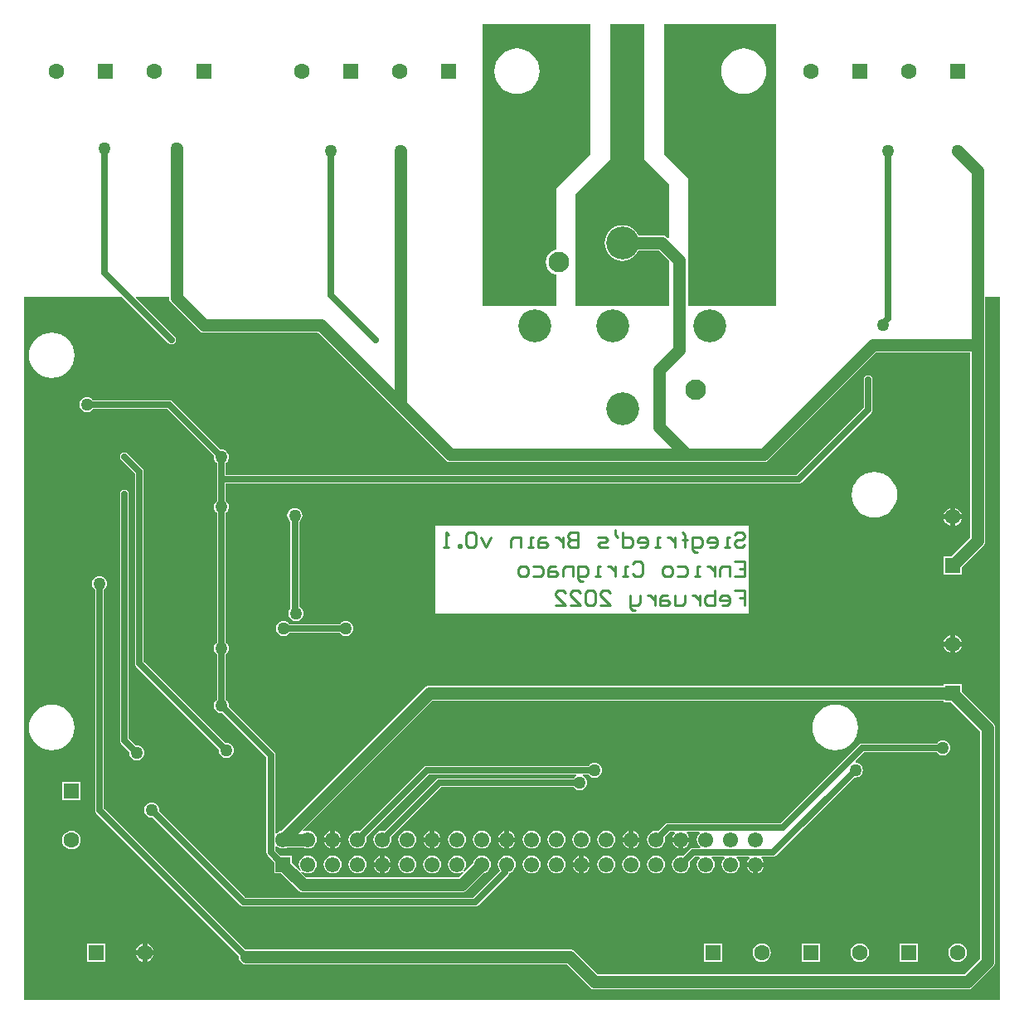
<source format=gbl>
G04*
G04 #@! TF.GenerationSoftware,Altium Limited,Altium Designer,20.2.3 (150)*
G04*
G04 Layer_Physical_Order=2*
G04 Layer_Color=16711680*
%FSLAX25Y25*%
%MOIN*%
G70*
G04*
G04 #@! TF.SameCoordinates,905A4ADE-4B76-40EE-A630-EEB48A76D6D9*
G04*
G04*
G04 #@! TF.FilePolarity,Positive*
G04*
G01*
G75*
%ADD55C,0.02500*%
%ADD56C,0.05000*%
%ADD57C,0.01000*%
%ADD58C,0.13200*%
%ADD59C,0.08268*%
%ADD60C,0.06299*%
%ADD61R,0.06299X0.06299*%
%ADD62R,0.06299X0.06299*%
%ADD63C,0.06496*%
%ADD64R,0.06496X0.06496*%
%ADD65C,0.06102*%
%ADD66R,0.06102X0.06102*%
%ADD67C,0.05000*%
%ADD68C,0.02362*%
G36*
X250000Y338583D02*
X259842Y328740D01*
Y307090D01*
X259381Y306899D01*
X259218Y307061D01*
X258592Y307542D01*
X257862Y307844D01*
X257079Y307947D01*
X247630D01*
X247129Y308885D01*
X246242Y309966D01*
X245161Y310853D01*
X243927Y311512D01*
X242589Y311918D01*
X241197Y312056D01*
X239805Y311918D01*
X238467Y311512D01*
X237233Y310853D01*
X236152Y309966D01*
X235265Y308885D01*
X234606Y307651D01*
X234200Y306313D01*
X234063Y304921D01*
X234200Y303529D01*
X234606Y302191D01*
X235265Y300958D01*
X236152Y299876D01*
X237233Y298989D01*
X238467Y298330D01*
X239805Y297924D01*
X241197Y297787D01*
X242589Y297924D01*
X243927Y298330D01*
X245161Y298989D01*
X246242Y299876D01*
X247129Y300958D01*
X247630Y301895D01*
X255825D01*
X259842Y297878D01*
Y279528D01*
X222441D01*
X222441Y324803D01*
X236220Y338583D01*
X236221Y392898D01*
X250000D01*
Y338583D01*
D02*
G37*
G36*
X228346Y340816D02*
X214567Y327037D01*
Y302270D01*
X214270Y302231D01*
X213025Y301715D01*
X211956Y300894D01*
X211136Y299825D01*
X210620Y298580D01*
X210444Y297244D01*
X210620Y295908D01*
X211136Y294663D01*
X211956Y293594D01*
X213025Y292773D01*
X214270Y292258D01*
X214567Y292219D01*
Y279528D01*
X185039D01*
Y392898D01*
X228346D01*
X228346Y340816D01*
D02*
G37*
G36*
X303150Y279528D02*
X267717Y279528D01*
X267717Y330709D01*
X257874Y340551D01*
X257874Y392898D01*
X303150D01*
Y279528D01*
D02*
G37*
G36*
X392898Y803D02*
X803D01*
Y283465D01*
X40012D01*
X58738Y264738D01*
X58738Y264738D01*
X59317Y264352D01*
X60000Y264216D01*
X60683Y264352D01*
X61262Y264738D01*
X61648Y265317D01*
X61784Y266000D01*
X61648Y266683D01*
X61262Y267262D01*
X61262Y267262D01*
X45521Y283003D01*
X45712Y283465D01*
X58974D01*
Y283000D01*
X59077Y282217D01*
X59380Y281487D01*
X59860Y280860D01*
X67860Y272860D01*
X70860Y269860D01*
X71487Y269379D01*
X72217Y269077D01*
X73000Y268974D01*
X118747D01*
X149860Y237860D01*
X169860Y217860D01*
X169860Y217860D01*
X170487Y217379D01*
X171217Y217077D01*
X172000Y216974D01*
X172000Y216974D01*
X298000D01*
X298783Y217077D01*
X299513Y217379D01*
X300140Y217860D01*
X343253Y260974D01*
X380974D01*
Y186434D01*
X373386Y178847D01*
X370366D01*
Y171547D01*
X377665D01*
Y174567D01*
X386140Y183042D01*
X386620Y183668D01*
X386923Y184398D01*
X387026Y185181D01*
Y264000D01*
Y276000D01*
Y283465D01*
X392898D01*
Y803D01*
D02*
G37*
%LPC*%
G36*
X198819Y383176D02*
X197032Y383000D01*
X195313Y382479D01*
X193730Y381632D01*
X192341Y380493D01*
X191202Y379105D01*
X190356Y377521D01*
X189834Y375803D01*
X189658Y374016D01*
X189834Y372229D01*
X190356Y370510D01*
X191202Y368927D01*
X192341Y367538D01*
X193730Y366399D01*
X195313Y365553D01*
X197032Y365031D01*
X198819Y364855D01*
X200606Y365031D01*
X202325Y365553D01*
X203908Y366399D01*
X205296Y367538D01*
X206435Y368927D01*
X207282Y370510D01*
X207803Y372229D01*
X207979Y374016D01*
X207803Y375803D01*
X207282Y377521D01*
X206435Y379105D01*
X205296Y380493D01*
X203908Y381632D01*
X202325Y382479D01*
X200606Y383000D01*
X198819Y383176D01*
D02*
G37*
G36*
X290000D02*
X288213Y383000D01*
X286494Y382479D01*
X284911Y381632D01*
X283523Y380493D01*
X282383Y379105D01*
X281537Y377521D01*
X281016Y375803D01*
X280839Y374016D01*
X281016Y372229D01*
X281537Y370510D01*
X282383Y368927D01*
X283523Y367538D01*
X284911Y366399D01*
X286494Y365553D01*
X288213Y365031D01*
X290000Y364855D01*
X291787Y365031D01*
X293506Y365553D01*
X295089Y366399D01*
X296477Y367538D01*
X297617Y368927D01*
X298463Y370510D01*
X298984Y372229D01*
X299161Y374016D01*
X298984Y375803D01*
X298463Y377521D01*
X297617Y379105D01*
X296477Y380493D01*
X295089Y381632D01*
X293506Y382479D01*
X291787Y383000D01*
X290000Y383176D01*
D02*
G37*
G36*
X11811Y269003D02*
X10024Y268827D01*
X8305Y268306D01*
X6722Y267459D01*
X5334Y266320D01*
X4194Y264932D01*
X3348Y263348D01*
X2827Y261630D01*
X2651Y259842D01*
X2827Y258055D01*
X3348Y256337D01*
X4194Y254753D01*
X5334Y253365D01*
X6722Y252226D01*
X8305Y251379D01*
X10024Y250858D01*
X11811Y250682D01*
X13598Y250858D01*
X15317Y251379D01*
X16900Y252226D01*
X18288Y253365D01*
X19428Y254753D01*
X20274Y256337D01*
X20796Y258055D01*
X20971Y259842D01*
X20796Y261630D01*
X20274Y263348D01*
X19428Y264932D01*
X18288Y266320D01*
X16900Y267459D01*
X15317Y268306D01*
X13598Y268827D01*
X11811Y269003D01*
D02*
G37*
G36*
X340000Y251784D02*
X339317Y251648D01*
X338738Y251262D01*
X338351Y250683D01*
X338216Y250000D01*
Y238739D01*
X326738Y227262D01*
X326738Y227262D01*
X311243Y211767D01*
X81784D01*
Y216552D01*
X82140Y216825D01*
X82621Y217452D01*
X82923Y218181D01*
X83026Y218965D01*
X82923Y219748D01*
X82621Y220478D01*
X82140Y221104D01*
X81513Y221585D01*
X80783Y221887D01*
X80000Y221990D01*
X79556Y221932D01*
X60226Y241262D01*
X59647Y241649D01*
X58965Y241784D01*
X28412D01*
X28140Y242140D01*
X27513Y242620D01*
X26783Y242923D01*
X26000Y243026D01*
X25217Y242923D01*
X24487Y242620D01*
X23860Y242140D01*
X23380Y241513D01*
X23077Y240783D01*
X22974Y240000D01*
X23077Y239217D01*
X23380Y238487D01*
X23860Y237860D01*
X24487Y237380D01*
X25217Y237077D01*
X26000Y236974D01*
X26783Y237077D01*
X27513Y237380D01*
X28140Y237860D01*
X28412Y238216D01*
X58226D01*
X77033Y219409D01*
X76974Y218965D01*
X77077Y218181D01*
X77380Y217452D01*
X77860Y216825D01*
X78216Y216552D01*
Y209982D01*
Y201377D01*
X77860Y201104D01*
X77380Y200478D01*
X77077Y199748D01*
X76974Y198965D01*
X77077Y198181D01*
X77380Y197452D01*
X77860Y196825D01*
X78216Y196552D01*
Y144412D01*
X77860Y144140D01*
X77380Y143513D01*
X77077Y142783D01*
X76974Y142000D01*
X77077Y141217D01*
X77380Y140487D01*
X77860Y139860D01*
X78216Y139588D01*
Y121412D01*
X77860Y121140D01*
X77380Y120513D01*
X77077Y119783D01*
X76974Y119000D01*
X77077Y118217D01*
X77380Y117487D01*
X77860Y116860D01*
X78487Y116379D01*
X79217Y116077D01*
X80000Y115974D01*
X80444Y116033D01*
X98139Y98338D01*
Y59919D01*
X98275Y59237D01*
X98662Y58658D01*
X101173Y56146D01*
Y51567D01*
X103996D01*
X110703Y44860D01*
X111329Y44379D01*
X112059Y44077D01*
X112843Y43974D01*
X176606D01*
X177389Y44077D01*
X178119Y44379D01*
X178746Y44860D01*
X185528Y51642D01*
X185651Y51658D01*
X186515Y52016D01*
X187257Y52585D01*
X187826Y53327D01*
X188184Y54191D01*
X188306Y55118D01*
X188184Y56045D01*
X187826Y56909D01*
X187257Y57651D01*
X186515Y58220D01*
X185651Y58578D01*
X184724Y58700D01*
X183797Y58578D01*
X182933Y58220D01*
X182192Y57651D01*
X181622Y56909D01*
X181265Y56045D01*
X181248Y55921D01*
X177805Y52478D01*
X177428Y52808D01*
X177826Y53327D01*
X178184Y54191D01*
X178306Y55118D01*
X178184Y56045D01*
X177826Y56909D01*
X177257Y57651D01*
X176515Y58220D01*
X175651Y58578D01*
X174724Y58700D01*
X173797Y58578D01*
X172933Y58220D01*
X172192Y57651D01*
X171622Y56909D01*
X171265Y56045D01*
X171143Y55118D01*
X171265Y54191D01*
X171622Y53327D01*
X172192Y52585D01*
X172933Y52016D01*
X173797Y51658D01*
X174724Y51536D01*
X175651Y51658D01*
X176515Y52016D01*
X177034Y52415D01*
X177365Y52038D01*
X175353Y50026D01*
X114096D01*
X112084Y52038D01*
X112414Y52415D01*
X112934Y52016D01*
X113797Y51658D01*
X114724Y51536D01*
X115651Y51658D01*
X116515Y52016D01*
X117257Y52585D01*
X117826Y53327D01*
X118184Y54191D01*
X118306Y55118D01*
X118184Y56045D01*
X117826Y56909D01*
X117257Y57651D01*
X116515Y58220D01*
X115651Y58578D01*
X114724Y58700D01*
X113797Y58578D01*
X112934Y58220D01*
X112192Y57651D01*
X111622Y56909D01*
X111265Y56045D01*
X111143Y55118D01*
X111265Y54191D01*
X111622Y53327D01*
X112021Y52808D01*
X111644Y52478D01*
X108275Y55846D01*
Y58669D01*
X103697D01*
X101707Y60658D01*
Y62439D01*
X102026Y62547D01*
X102208Y62573D01*
X102934Y62016D01*
X103797Y61658D01*
X104724Y61536D01*
X105651Y61658D01*
X106515Y62016D01*
X106614Y62092D01*
X112834D01*
X112934Y62016D01*
X113797Y61658D01*
X114724Y61536D01*
X115651Y61658D01*
X116515Y62016D01*
X117257Y62585D01*
X117826Y63327D01*
X118184Y64191D01*
X118306Y65118D01*
X118184Y66045D01*
X117826Y66909D01*
X117257Y67651D01*
X116515Y68220D01*
X115651Y68578D01*
X114724Y68700D01*
X113797Y68578D01*
X112934Y68220D01*
X112865Y68272D01*
X112816Y68931D01*
X164875Y120990D01*
X370366D01*
Y120366D01*
X373386D01*
X384974Y108778D01*
Y17253D01*
X378747Y11026D01*
X231253D01*
X222140Y20140D01*
X221513Y20620D01*
X220783Y20923D01*
X220000Y21026D01*
X156045D01*
X156005Y21031D01*
X155966Y21026D01*
X90000D01*
X89556Y20967D01*
X32784Y77739D01*
Y165588D01*
X33140Y165860D01*
X33621Y166487D01*
X33923Y167217D01*
X34026Y168000D01*
X33923Y168783D01*
X33621Y169513D01*
X33140Y170140D01*
X32513Y170621D01*
X31783Y170923D01*
X31000Y171026D01*
X30217Y170923D01*
X29487Y170621D01*
X28860Y170140D01*
X28379Y169513D01*
X28077Y168783D01*
X27974Y168000D01*
X28077Y167217D01*
X28379Y166487D01*
X28860Y165860D01*
X29216Y165588D01*
Y77000D01*
X29351Y76317D01*
X29738Y75738D01*
X87033Y18444D01*
X86974Y18000D01*
X87077Y17217D01*
X87379Y16487D01*
X87860Y15860D01*
X88487Y15380D01*
X89217Y15077D01*
X90000Y14974D01*
X218747D01*
X227860Y5860D01*
X227860Y5860D01*
X228487Y5379D01*
X229217Y5077D01*
X230000Y4974D01*
X230000Y4974D01*
X380000D01*
X380783Y5077D01*
X381513Y5379D01*
X382140Y5860D01*
X390140Y13860D01*
X390620Y14487D01*
X390923Y15217D01*
X391026Y16000D01*
Y110031D01*
X391026Y110031D01*
X390923Y110815D01*
X390620Y111544D01*
X390140Y112171D01*
X390140Y112171D01*
X377665Y124645D01*
Y127665D01*
X370366D01*
Y127042D01*
X163622D01*
X162839Y126938D01*
X162109Y126636D01*
X161482Y126155D01*
X103921Y68594D01*
X103797Y68578D01*
X102934Y68220D01*
X102208Y67663D01*
X102026Y67690D01*
X101707Y67798D01*
Y99077D01*
X101707Y99077D01*
X101572Y99760D01*
X101185Y100338D01*
X101185Y100338D01*
X82967Y118556D01*
X83026Y119000D01*
X82923Y119783D01*
X82621Y120513D01*
X82140Y121140D01*
X81784Y121412D01*
Y139588D01*
X82140Y139860D01*
X82621Y140487D01*
X82923Y141217D01*
X83026Y142000D01*
X82923Y142783D01*
X82621Y143513D01*
X82140Y144140D01*
X81784Y144412D01*
Y196552D01*
X82140Y196825D01*
X82621Y197452D01*
X82923Y198181D01*
X83026Y198965D01*
X82923Y199748D01*
X82621Y200478D01*
X82140Y201104D01*
X81784Y201377D01*
Y208198D01*
X311982D01*
X312665Y208334D01*
X313244Y208721D01*
X329262Y224738D01*
X329262Y224738D01*
X341262Y236738D01*
X341262Y236738D01*
X341649Y237317D01*
X341784Y238000D01*
Y250000D01*
X341649Y250683D01*
X341262Y251262D01*
X340683Y251648D01*
X340000Y251784D01*
D02*
G37*
G36*
X375016Y198418D02*
Y195882D01*
X377552D01*
X377204Y196722D01*
X376619Y197485D01*
X375856Y198070D01*
X375016Y198418D01*
D02*
G37*
G36*
X373016D02*
X372175Y198070D01*
X371413Y197485D01*
X370828Y196722D01*
X370480Y195882D01*
X373016D01*
Y198418D01*
D02*
G37*
G36*
X342520Y212901D02*
X340733Y212725D01*
X339014Y212203D01*
X337430Y211357D01*
X336042Y210218D01*
X334903Y208829D01*
X334056Y207246D01*
X333535Y205527D01*
X333359Y203740D01*
X333535Y201953D01*
X334056Y200235D01*
X334903Y198651D01*
X336042Y197263D01*
X337430Y196124D01*
X339014Y195277D01*
X340733Y194756D01*
X342520Y194580D01*
X344307Y194756D01*
X346025Y195277D01*
X347609Y196124D01*
X348997Y197263D01*
X350136Y198651D01*
X350983Y200235D01*
X351504Y201953D01*
X351680Y203740D01*
X351504Y205527D01*
X350983Y207246D01*
X350136Y208829D01*
X348997Y210218D01*
X347609Y211357D01*
X346025Y212203D01*
X344307Y212725D01*
X342520Y212901D01*
D02*
G37*
G36*
X377552Y193882D02*
X375016D01*
Y191346D01*
X375856Y191694D01*
X376619Y192279D01*
X377204Y193041D01*
X377552Y193882D01*
D02*
G37*
G36*
X373016D02*
X370480D01*
X370828Y193041D01*
X371413Y192279D01*
X372175Y191694D01*
X373016Y191346D01*
Y193882D01*
D02*
G37*
G36*
X291839Y191187D02*
X165878D01*
Y155996D01*
X291839D01*
Y191187D01*
D02*
G37*
G36*
X109505Y198496D02*
X108722Y198393D01*
X107992Y198090D01*
X107366Y197609D01*
X106885Y196983D01*
X106582Y196253D01*
X106479Y195470D01*
X106582Y194687D01*
X106885Y193957D01*
X107366Y193330D01*
X107721Y193058D01*
Y157958D01*
X107379Y157513D01*
X107077Y156783D01*
X106974Y156000D01*
X107077Y155217D01*
X107379Y154487D01*
X107860Y153860D01*
X108487Y153379D01*
X109217Y153077D01*
X110000Y152974D01*
X110783Y153077D01*
X111513Y153379D01*
X112140Y153860D01*
X112620Y154487D01*
X112923Y155217D01*
X113026Y156000D01*
X112923Y156783D01*
X112620Y157513D01*
X112140Y158140D01*
X111513Y158621D01*
X111290Y158713D01*
Y193058D01*
X111645Y193330D01*
X112126Y193957D01*
X112428Y194687D01*
X112531Y195470D01*
X112428Y196253D01*
X112126Y196983D01*
X111645Y197609D01*
X111018Y198090D01*
X110288Y198393D01*
X109505Y198496D01*
D02*
G37*
G36*
X130000Y153026D02*
X129217Y152923D01*
X128487Y152620D01*
X127860Y152140D01*
X127588Y151784D01*
X107412D01*
X107140Y152140D01*
X106513Y152620D01*
X105783Y152923D01*
X105000Y153026D01*
X104217Y152923D01*
X103487Y152620D01*
X102860Y152140D01*
X102380Y151513D01*
X102077Y150783D01*
X101974Y150000D01*
X102077Y149217D01*
X102380Y148487D01*
X102860Y147860D01*
X103487Y147380D01*
X104217Y147077D01*
X105000Y146974D01*
X105783Y147077D01*
X106513Y147380D01*
X107140Y147860D01*
X107412Y148216D01*
X127588D01*
X127860Y147860D01*
X128487Y147380D01*
X129217Y147077D01*
X130000Y146974D01*
X130783Y147077D01*
X131513Y147380D01*
X132140Y147860D01*
X132621Y148487D01*
X132923Y149217D01*
X133026Y150000D01*
X132923Y150783D01*
X132621Y151513D01*
X132140Y152140D01*
X131513Y152620D01*
X130783Y152923D01*
X130000Y153026D01*
D02*
G37*
G36*
X375016Y147237D02*
Y144701D01*
X377552D01*
X377204Y145541D01*
X376619Y146304D01*
X375856Y146889D01*
X375016Y147237D01*
D02*
G37*
G36*
X373016Y147237D02*
X372175Y146889D01*
X371413Y146304D01*
X370828Y145541D01*
X370480Y144701D01*
X373016D01*
Y147237D01*
D02*
G37*
G36*
X377552Y142701D02*
X375016D01*
Y140165D01*
X375856Y140513D01*
X376619Y141098D01*
X377204Y141860D01*
X377552Y142701D01*
D02*
G37*
G36*
X373016D02*
X370480D01*
X370828Y141860D01*
X371413Y141098D01*
X372175Y140513D01*
X373016Y140165D01*
Y142701D01*
D02*
G37*
G36*
X326772Y119397D02*
X324985Y119221D01*
X323266Y118699D01*
X321682Y117853D01*
X320294Y116714D01*
X319155Y115325D01*
X318308Y113742D01*
X317787Y112023D01*
X317611Y110236D01*
X317787Y108449D01*
X318308Y106731D01*
X319155Y105147D01*
X320294Y103759D01*
X321682Y102620D01*
X323266Y101773D01*
X324985Y101252D01*
X326772Y101076D01*
X328559Y101252D01*
X330277Y101773D01*
X331861Y102620D01*
X333249Y103759D01*
X334388Y105147D01*
X335235Y106731D01*
X335756Y108449D01*
X335932Y110236D01*
X335756Y112023D01*
X335235Y113742D01*
X334388Y115325D01*
X333249Y116714D01*
X331861Y117853D01*
X330277Y118699D01*
X328559Y119221D01*
X326772Y119397D01*
D02*
G37*
G36*
X11811D02*
X10024Y119221D01*
X8305Y118699D01*
X6722Y117853D01*
X5334Y116714D01*
X4194Y115325D01*
X3348Y113742D01*
X2827Y112023D01*
X2651Y110236D01*
X2827Y108449D01*
X3348Y106731D01*
X4194Y105147D01*
X5334Y103759D01*
X6722Y102620D01*
X8305Y101773D01*
X10024Y101252D01*
X11811Y101076D01*
X13598Y101252D01*
X15317Y101773D01*
X16900Y102620D01*
X18288Y103759D01*
X19428Y105147D01*
X20274Y106731D01*
X20796Y108449D01*
X20971Y110236D01*
X20796Y112023D01*
X20274Y113742D01*
X19428Y115325D01*
X18288Y116714D01*
X16900Y117853D01*
X15317Y118699D01*
X13598Y119221D01*
X11811Y119397D01*
D02*
G37*
G36*
X370000Y105026D02*
X369217Y104923D01*
X368487Y104621D01*
X367860Y104140D01*
X367588Y103784D01*
X337757D01*
X337074Y103648D01*
X336496Y103262D01*
X336496Y103262D01*
X305018Y71784D01*
X259606D01*
X259606Y71784D01*
X258924Y71649D01*
X258345Y71262D01*
X258345Y71262D01*
X255658Y68575D01*
X255651Y68578D01*
X254724Y68700D01*
X253797Y68578D01*
X252934Y68220D01*
X252192Y67651D01*
X251622Y66909D01*
X251265Y66045D01*
X251143Y65118D01*
X251265Y64191D01*
X251622Y63327D01*
X252192Y62585D01*
X252934Y62016D01*
X253797Y61658D01*
X254724Y61536D01*
X255651Y61658D01*
X256515Y62016D01*
X257257Y62585D01*
X257826Y63327D01*
X258184Y64191D01*
X258306Y65118D01*
X258184Y66045D01*
X258181Y66052D01*
X260345Y68216D01*
X262150D01*
X262311Y67742D01*
X262192Y67651D01*
X261622Y66909D01*
X261295Y66118D01*
X268154D01*
X267826Y66909D01*
X267257Y67651D01*
X267138Y67742D01*
X267299Y68216D01*
X272150D01*
X272311Y67742D01*
X272192Y67651D01*
X271622Y66909D01*
X271265Y66045D01*
X271143Y65118D01*
X271265Y64191D01*
X271622Y63327D01*
X272192Y62585D01*
X272584Y62284D01*
X272414Y61784D01*
X269606D01*
X269606Y61784D01*
X268923Y61648D01*
X268345Y61262D01*
X268345Y61262D01*
X265658Y58575D01*
X265651Y58578D01*
X264724Y58700D01*
X263797Y58578D01*
X262933Y58220D01*
X262192Y57651D01*
X261622Y56909D01*
X261265Y56045D01*
X261142Y55118D01*
X261265Y54191D01*
X261622Y53327D01*
X262192Y52585D01*
X262933Y52016D01*
X263797Y51658D01*
X264724Y51536D01*
X265651Y51658D01*
X266515Y52016D01*
X267257Y52585D01*
X267826Y53327D01*
X268184Y54191D01*
X268306Y55118D01*
X268184Y56045D01*
X268181Y56052D01*
X270345Y58216D01*
X272150D01*
X272311Y57742D01*
X272192Y57651D01*
X271622Y56909D01*
X271265Y56045D01*
X271143Y55118D01*
X271265Y54191D01*
X271622Y53327D01*
X272192Y52585D01*
X272934Y52016D01*
X273797Y51658D01*
X274724Y51536D01*
X275651Y51658D01*
X276515Y52016D01*
X277257Y52585D01*
X277826Y53327D01*
X278184Y54191D01*
X278306Y55118D01*
X278184Y56045D01*
X277826Y56909D01*
X277257Y57651D01*
X277138Y57742D01*
X277299Y58216D01*
X282150D01*
X282311Y57742D01*
X282192Y57651D01*
X281622Y56909D01*
X281265Y56045D01*
X281142Y55118D01*
X281265Y54191D01*
X281622Y53327D01*
X282192Y52585D01*
X282933Y52016D01*
X283797Y51658D01*
X284724Y51536D01*
X285651Y51658D01*
X286515Y52016D01*
X287257Y52585D01*
X287826Y53327D01*
X288184Y54191D01*
X288306Y55118D01*
X288184Y56045D01*
X287826Y56909D01*
X287257Y57651D01*
X287138Y57742D01*
X287299Y58216D01*
X292150D01*
X292311Y57742D01*
X292192Y57651D01*
X291622Y56909D01*
X291295Y56118D01*
X298154D01*
X297826Y56909D01*
X297257Y57651D01*
X297138Y57742D01*
X297299Y58216D01*
X301768D01*
X302451Y58351D01*
X303029Y58738D01*
X334440Y90149D01*
X334884Y90090D01*
X335667Y90193D01*
X336397Y90496D01*
X337023Y90977D01*
X337504Y91603D01*
X337807Y92333D01*
X337910Y93116D01*
X337807Y93899D01*
X337504Y94629D01*
X337023Y95256D01*
X336397Y95737D01*
X335667Y96039D01*
X335101Y96113D01*
X334907Y96627D01*
X338496Y100216D01*
X367588D01*
X367860Y99860D01*
X368487Y99379D01*
X369217Y99077D01*
X370000Y98974D01*
X370783Y99077D01*
X371513Y99379D01*
X372140Y99860D01*
X372621Y100487D01*
X372923Y101217D01*
X373026Y102000D01*
X372923Y102783D01*
X372621Y103513D01*
X372140Y104140D01*
X371513Y104621D01*
X370783Y104923D01*
X370000Y105026D01*
D02*
G37*
G36*
X41000Y220784D02*
X40317Y220649D01*
X39738Y220262D01*
X39351Y219683D01*
X39216Y219000D01*
X39351Y218317D01*
X39738Y217738D01*
X45216Y212261D01*
Y136000D01*
X45351Y135317D01*
X45738Y134738D01*
X79033Y101444D01*
X78974Y101000D01*
X79077Y100217D01*
X79379Y99487D01*
X79860Y98860D01*
X80487Y98379D01*
X81217Y98077D01*
X82000Y97974D01*
X82783Y98077D01*
X83513Y98379D01*
X84140Y98860D01*
X84620Y99487D01*
X84923Y100217D01*
X85026Y101000D01*
X84923Y101783D01*
X84620Y102513D01*
X84140Y103140D01*
X83513Y103621D01*
X82783Y103923D01*
X82000Y104026D01*
X81556Y103967D01*
X48784Y136739D01*
Y213000D01*
X48649Y213683D01*
X48262Y214262D01*
X42262Y220262D01*
X41683Y220649D01*
X41000Y220784D01*
D02*
G37*
G36*
Y205784D02*
X40317Y205648D01*
X39738Y205262D01*
X39351Y204683D01*
X39216Y204000D01*
Y105000D01*
X39351Y104317D01*
X39738Y103738D01*
X43033Y100444D01*
X42974Y100000D01*
X43077Y99217D01*
X43380Y98487D01*
X43860Y97860D01*
X44487Y97379D01*
X45217Y97077D01*
X46000Y96974D01*
X46783Y97077D01*
X47513Y97379D01*
X48140Y97860D01*
X48621Y98487D01*
X48923Y99217D01*
X49026Y100000D01*
X48923Y100783D01*
X48621Y101513D01*
X48140Y102140D01*
X47513Y102620D01*
X46783Y102923D01*
X46000Y103026D01*
X45556Y102967D01*
X42784Y105739D01*
Y204000D01*
X42649Y204683D01*
X42262Y205262D01*
X41683Y205648D01*
X41000Y205784D01*
D02*
G37*
G36*
X230000Y96026D02*
X229217Y95923D01*
X228487Y95621D01*
X227860Y95140D01*
X227588Y94784D01*
X162606D01*
X162606Y94784D01*
X161923Y94648D01*
X161345Y94262D01*
X161345Y94262D01*
X135658Y68575D01*
X135651Y68578D01*
X134724Y68700D01*
X133797Y68578D01*
X132933Y68220D01*
X132192Y67651D01*
X131622Y66909D01*
X131265Y66045D01*
X131143Y65118D01*
X131265Y64191D01*
X131622Y63327D01*
X132192Y62585D01*
X132933Y62016D01*
X133797Y61658D01*
X134724Y61536D01*
X135651Y61658D01*
X136515Y62016D01*
X137257Y62585D01*
X137826Y63327D01*
X138184Y64191D01*
X138306Y65118D01*
X138184Y66045D01*
X138181Y66052D01*
X163345Y91216D01*
X222618D01*
X222717Y90716D01*
X222487Y90620D01*
X221860Y90140D01*
X221588Y89784D01*
X167606D01*
X167606Y89784D01*
X166923Y89648D01*
X166345Y89262D01*
X145658Y68575D01*
X145651Y68578D01*
X144724Y68700D01*
X143797Y68578D01*
X142933Y68220D01*
X142192Y67651D01*
X141622Y66909D01*
X141265Y66045D01*
X141143Y65118D01*
X141265Y64191D01*
X141622Y63327D01*
X142192Y62585D01*
X142933Y62016D01*
X143797Y61658D01*
X144724Y61536D01*
X145651Y61658D01*
X146515Y62016D01*
X147257Y62585D01*
X147826Y63327D01*
X148184Y64191D01*
X148306Y65118D01*
X148184Y66045D01*
X148181Y66052D01*
X168345Y86216D01*
X221588D01*
X221860Y85860D01*
X222487Y85379D01*
X223217Y85077D01*
X224000Y84974D01*
X224783Y85077D01*
X225513Y85379D01*
X226140Y85860D01*
X226621Y86487D01*
X226923Y87217D01*
X227026Y88000D01*
X226923Y88783D01*
X226621Y89513D01*
X226140Y90140D01*
X225513Y90620D01*
X225283Y90716D01*
X225382Y91216D01*
X227588D01*
X227860Y90860D01*
X228487Y90380D01*
X229217Y90077D01*
X230000Y89974D01*
X230783Y90077D01*
X231513Y90380D01*
X232140Y90860D01*
X232621Y91487D01*
X232923Y92217D01*
X233026Y93000D01*
X232923Y93783D01*
X232621Y94513D01*
X232140Y95140D01*
X231513Y95621D01*
X230783Y95923D01*
X230000Y96026D01*
D02*
G37*
G36*
X23335Y88295D02*
X16035D01*
Y80996D01*
X23335D01*
Y88295D01*
D02*
G37*
G36*
X245724Y68548D02*
Y66118D01*
X248154D01*
X247826Y66909D01*
X247257Y67651D01*
X246515Y68220D01*
X245724Y68548D01*
D02*
G37*
G36*
X243724D02*
X242934Y68220D01*
X242192Y67651D01*
X241622Y66909D01*
X241295Y66118D01*
X243724D01*
Y68548D01*
D02*
G37*
G36*
X195724D02*
Y66118D01*
X198154D01*
X197826Y66909D01*
X197257Y67651D01*
X196515Y68220D01*
X195724Y68548D01*
D02*
G37*
G36*
X193724D02*
X192933Y68220D01*
X192192Y67651D01*
X191622Y66909D01*
X191295Y66118D01*
X193724D01*
Y68548D01*
D02*
G37*
G36*
X165724D02*
Y66118D01*
X168154D01*
X167826Y66909D01*
X167257Y67651D01*
X166515Y68220D01*
X165724Y68548D01*
D02*
G37*
G36*
X163724D02*
X162934Y68220D01*
X162192Y67651D01*
X161622Y66909D01*
X161295Y66118D01*
X163724D01*
Y68548D01*
D02*
G37*
G36*
X125724D02*
Y66118D01*
X128154D01*
X127826Y66909D01*
X127257Y67651D01*
X126515Y68220D01*
X125724Y68548D01*
D02*
G37*
G36*
X123724D02*
X122933Y68220D01*
X122192Y67651D01*
X121622Y66909D01*
X121295Y66118D01*
X123724D01*
Y68548D01*
D02*
G37*
G36*
X268154Y64118D02*
X265724D01*
Y61689D01*
X266515Y62016D01*
X267257Y62585D01*
X267826Y63327D01*
X268154Y64118D01*
D02*
G37*
G36*
X263724D02*
X261295D01*
X261622Y63327D01*
X262192Y62585D01*
X262933Y62016D01*
X263724Y61689D01*
Y64118D01*
D02*
G37*
G36*
X248154D02*
X245724D01*
Y61689D01*
X246515Y62016D01*
X247257Y62585D01*
X247826Y63327D01*
X248154Y64118D01*
D02*
G37*
G36*
X243724D02*
X241295D01*
X241622Y63327D01*
X242192Y62585D01*
X242934Y62016D01*
X243724Y61689D01*
Y64118D01*
D02*
G37*
G36*
X198154D02*
X195724D01*
Y61689D01*
X196515Y62016D01*
X197257Y62585D01*
X197826Y63327D01*
X198154Y64118D01*
D02*
G37*
G36*
X193724D02*
X191295D01*
X191622Y63327D01*
X192192Y62585D01*
X192933Y62016D01*
X193724Y61689D01*
Y64118D01*
D02*
G37*
G36*
X168154D02*
X165724D01*
Y61689D01*
X166515Y62016D01*
X167257Y62585D01*
X167826Y63327D01*
X168154Y64118D01*
D02*
G37*
G36*
X163724D02*
X161295D01*
X161622Y63327D01*
X162192Y62585D01*
X162934Y62016D01*
X163724Y61689D01*
Y64118D01*
D02*
G37*
G36*
X128154D02*
X125724D01*
Y61689D01*
X126515Y62016D01*
X127257Y62585D01*
X127826Y63327D01*
X128154Y64118D01*
D02*
G37*
G36*
X123724D02*
X121295D01*
X121622Y63327D01*
X122192Y62585D01*
X122933Y62016D01*
X123724Y61689D01*
Y64118D01*
D02*
G37*
G36*
X234724Y68700D02*
X233797Y68578D01*
X232933Y68220D01*
X232192Y67651D01*
X231622Y66909D01*
X231265Y66045D01*
X231142Y65118D01*
X231265Y64191D01*
X231622Y63327D01*
X232192Y62585D01*
X232933Y62016D01*
X233797Y61658D01*
X234724Y61536D01*
X235651Y61658D01*
X236515Y62016D01*
X237257Y62585D01*
X237826Y63327D01*
X238184Y64191D01*
X238306Y65118D01*
X238184Y66045D01*
X237826Y66909D01*
X237257Y67651D01*
X236515Y68220D01*
X235651Y68578D01*
X234724Y68700D01*
D02*
G37*
G36*
X224724D02*
X223797Y68578D01*
X222934Y68220D01*
X222192Y67651D01*
X221622Y66909D01*
X221265Y66045D01*
X221143Y65118D01*
X221265Y64191D01*
X221622Y63327D01*
X222192Y62585D01*
X222934Y62016D01*
X223797Y61658D01*
X224724Y61536D01*
X225651Y61658D01*
X226515Y62016D01*
X227257Y62585D01*
X227826Y63327D01*
X228184Y64191D01*
X228306Y65118D01*
X228184Y66045D01*
X227826Y66909D01*
X227257Y67651D01*
X226515Y68220D01*
X225651Y68578D01*
X224724Y68700D01*
D02*
G37*
G36*
X214724D02*
X213797Y68578D01*
X212933Y68220D01*
X212192Y67651D01*
X211622Y66909D01*
X211265Y66045D01*
X211142Y65118D01*
X211265Y64191D01*
X211622Y63327D01*
X212192Y62585D01*
X212933Y62016D01*
X213797Y61658D01*
X214724Y61536D01*
X215651Y61658D01*
X216515Y62016D01*
X217257Y62585D01*
X217826Y63327D01*
X218184Y64191D01*
X218306Y65118D01*
X218184Y66045D01*
X217826Y66909D01*
X217257Y67651D01*
X216515Y68220D01*
X215651Y68578D01*
X214724Y68700D01*
D02*
G37*
G36*
X204724D02*
X203797Y68578D01*
X202934Y68220D01*
X202192Y67651D01*
X201622Y66909D01*
X201265Y66045D01*
X201143Y65118D01*
X201265Y64191D01*
X201622Y63327D01*
X202192Y62585D01*
X202934Y62016D01*
X203797Y61658D01*
X204724Y61536D01*
X205651Y61658D01*
X206515Y62016D01*
X207257Y62585D01*
X207826Y63327D01*
X208184Y64191D01*
X208306Y65118D01*
X208184Y66045D01*
X207826Y66909D01*
X207257Y67651D01*
X206515Y68220D01*
X205651Y68578D01*
X204724Y68700D01*
D02*
G37*
G36*
X184724D02*
X183797Y68578D01*
X182933Y68220D01*
X182192Y67651D01*
X181622Y66909D01*
X181265Y66045D01*
X181143Y65118D01*
X181265Y64191D01*
X181622Y63327D01*
X182192Y62585D01*
X182933Y62016D01*
X183797Y61658D01*
X184724Y61536D01*
X185651Y61658D01*
X186515Y62016D01*
X187257Y62585D01*
X187826Y63327D01*
X188184Y64191D01*
X188306Y65118D01*
X188184Y66045D01*
X187826Y66909D01*
X187257Y67651D01*
X186515Y68220D01*
X185651Y68578D01*
X184724Y68700D01*
D02*
G37*
G36*
X174724D02*
X173797Y68578D01*
X172933Y68220D01*
X172192Y67651D01*
X171622Y66909D01*
X171265Y66045D01*
X171143Y65118D01*
X171265Y64191D01*
X171622Y63327D01*
X172192Y62585D01*
X172933Y62016D01*
X173797Y61658D01*
X174724Y61536D01*
X175651Y61658D01*
X176515Y62016D01*
X177257Y62585D01*
X177826Y63327D01*
X178184Y64191D01*
X178306Y65118D01*
X178184Y66045D01*
X177826Y66909D01*
X177257Y67651D01*
X176515Y68220D01*
X175651Y68578D01*
X174724Y68700D01*
D02*
G37*
G36*
X154724D02*
X153797Y68578D01*
X152934Y68220D01*
X152192Y67651D01*
X151622Y66909D01*
X151265Y66045D01*
X151143Y65118D01*
X151265Y64191D01*
X151622Y63327D01*
X152192Y62585D01*
X152934Y62016D01*
X153797Y61658D01*
X154724Y61536D01*
X155651Y61658D01*
X156515Y62016D01*
X157257Y62585D01*
X157826Y63327D01*
X158184Y64191D01*
X158306Y65118D01*
X158184Y66045D01*
X157826Y66909D01*
X157257Y67651D01*
X156515Y68220D01*
X155651Y68578D01*
X154724Y68700D01*
D02*
G37*
G36*
X19685Y68642D02*
X18732Y68516D01*
X17844Y68148D01*
X17082Y67563D01*
X16497Y66801D01*
X16129Y65913D01*
X16004Y64961D01*
X16129Y64008D01*
X16497Y63120D01*
X17082Y62358D01*
X17844Y61773D01*
X18732Y61405D01*
X19685Y61279D01*
X20638Y61405D01*
X21526Y61773D01*
X22288Y62358D01*
X22873Y63120D01*
X23241Y64008D01*
X23366Y64961D01*
X23241Y65913D01*
X22873Y66801D01*
X22288Y67563D01*
X21526Y68148D01*
X20638Y68516D01*
X19685Y68642D01*
D02*
G37*
G36*
X225724Y58548D02*
Y56118D01*
X228154D01*
X227826Y56909D01*
X227257Y57651D01*
X226515Y58220D01*
X225724Y58548D01*
D02*
G37*
G36*
X223724D02*
X222934Y58220D01*
X222192Y57651D01*
X221622Y56909D01*
X221295Y56118D01*
X223724D01*
Y58548D01*
D02*
G37*
G36*
X145724D02*
Y56118D01*
X148154D01*
X147826Y56909D01*
X147257Y57651D01*
X146515Y58220D01*
X145724Y58548D01*
D02*
G37*
G36*
X143724D02*
X142933Y58220D01*
X142192Y57651D01*
X141622Y56909D01*
X141295Y56118D01*
X143724D01*
Y58548D01*
D02*
G37*
G36*
X148154Y54118D02*
X145724D01*
Y51689D01*
X146515Y52016D01*
X147257Y52585D01*
X147826Y53327D01*
X148154Y54118D01*
D02*
G37*
G36*
X143724D02*
X141295D01*
X141622Y53327D01*
X142192Y52585D01*
X142933Y52016D01*
X143724Y51689D01*
Y54118D01*
D02*
G37*
G36*
X298154D02*
X295724D01*
Y51689D01*
X296515Y52016D01*
X297257Y52585D01*
X297826Y53327D01*
X298154Y54118D01*
D02*
G37*
G36*
X293724D02*
X291295D01*
X291622Y53327D01*
X292192Y52585D01*
X292934Y52016D01*
X293724Y51689D01*
Y54118D01*
D02*
G37*
G36*
X228154D02*
X225724D01*
Y51689D01*
X226515Y52016D01*
X227257Y52585D01*
X227826Y53327D01*
X228154Y54118D01*
D02*
G37*
G36*
X223724D02*
X221295D01*
X221622Y53327D01*
X222192Y52585D01*
X222934Y52016D01*
X223724Y51689D01*
Y54118D01*
D02*
G37*
G36*
X254724Y58700D02*
X253797Y58578D01*
X252934Y58220D01*
X252192Y57651D01*
X251622Y56909D01*
X251265Y56045D01*
X251143Y55118D01*
X251265Y54191D01*
X251622Y53327D01*
X252192Y52585D01*
X252934Y52016D01*
X253797Y51658D01*
X254724Y51536D01*
X255651Y51658D01*
X256515Y52016D01*
X257257Y52585D01*
X257826Y53327D01*
X258184Y54191D01*
X258306Y55118D01*
X258184Y56045D01*
X257826Y56909D01*
X257257Y57651D01*
X256515Y58220D01*
X255651Y58578D01*
X254724Y58700D01*
D02*
G37*
G36*
X244724D02*
X243797Y58578D01*
X242934Y58220D01*
X242192Y57651D01*
X241622Y56909D01*
X241265Y56045D01*
X241143Y55118D01*
X241265Y54191D01*
X241622Y53327D01*
X242192Y52585D01*
X242934Y52016D01*
X243797Y51658D01*
X244724Y51536D01*
X245651Y51658D01*
X246515Y52016D01*
X247257Y52585D01*
X247826Y53327D01*
X248184Y54191D01*
X248306Y55118D01*
X248184Y56045D01*
X247826Y56909D01*
X247257Y57651D01*
X246515Y58220D01*
X245651Y58578D01*
X244724Y58700D01*
D02*
G37*
G36*
X234724D02*
X233797Y58578D01*
X232933Y58220D01*
X232192Y57651D01*
X231622Y56909D01*
X231265Y56045D01*
X231142Y55118D01*
X231265Y54191D01*
X231622Y53327D01*
X232192Y52585D01*
X232933Y52016D01*
X233797Y51658D01*
X234724Y51536D01*
X235651Y51658D01*
X236515Y52016D01*
X237257Y52585D01*
X237826Y53327D01*
X238184Y54191D01*
X238306Y55118D01*
X238184Y56045D01*
X237826Y56909D01*
X237257Y57651D01*
X236515Y58220D01*
X235651Y58578D01*
X234724Y58700D01*
D02*
G37*
G36*
X214724D02*
X213797Y58578D01*
X212933Y58220D01*
X212192Y57651D01*
X211622Y56909D01*
X211265Y56045D01*
X211142Y55118D01*
X211265Y54191D01*
X211622Y53327D01*
X212192Y52585D01*
X212933Y52016D01*
X213797Y51658D01*
X214724Y51536D01*
X215651Y51658D01*
X216515Y52016D01*
X217257Y52585D01*
X217826Y53327D01*
X218184Y54191D01*
X218306Y55118D01*
X218184Y56045D01*
X217826Y56909D01*
X217257Y57651D01*
X216515Y58220D01*
X215651Y58578D01*
X214724Y58700D01*
D02*
G37*
G36*
X204724D02*
X203797Y58578D01*
X202934Y58220D01*
X202192Y57651D01*
X201622Y56909D01*
X201265Y56045D01*
X201143Y55118D01*
X201265Y54191D01*
X201622Y53327D01*
X202192Y52585D01*
X202934Y52016D01*
X203797Y51658D01*
X204724Y51536D01*
X205651Y51658D01*
X206515Y52016D01*
X207257Y52585D01*
X207826Y53327D01*
X208184Y54191D01*
X208306Y55118D01*
X208184Y56045D01*
X207826Y56909D01*
X207257Y57651D01*
X206515Y58220D01*
X205651Y58578D01*
X204724Y58700D01*
D02*
G37*
G36*
X164724D02*
X163797Y58578D01*
X162934Y58220D01*
X162192Y57651D01*
X161622Y56909D01*
X161265Y56045D01*
X161143Y55118D01*
X161265Y54191D01*
X161622Y53327D01*
X162192Y52585D01*
X162934Y52016D01*
X163797Y51658D01*
X164724Y51536D01*
X165651Y51658D01*
X166515Y52016D01*
X167257Y52585D01*
X167826Y53327D01*
X168184Y54191D01*
X168306Y55118D01*
X168184Y56045D01*
X167826Y56909D01*
X167257Y57651D01*
X166515Y58220D01*
X165651Y58578D01*
X164724Y58700D01*
D02*
G37*
G36*
X154724D02*
X153797Y58578D01*
X152934Y58220D01*
X152192Y57651D01*
X151622Y56909D01*
X151265Y56045D01*
X151143Y55118D01*
X151265Y54191D01*
X151622Y53327D01*
X152192Y52585D01*
X152934Y52016D01*
X153797Y51658D01*
X154724Y51536D01*
X155651Y51658D01*
X156515Y52016D01*
X157257Y52585D01*
X157826Y53327D01*
X158184Y54191D01*
X158306Y55118D01*
X158184Y56045D01*
X157826Y56909D01*
X157257Y57651D01*
X156515Y58220D01*
X155651Y58578D01*
X154724Y58700D01*
D02*
G37*
G36*
X134724D02*
X133797Y58578D01*
X132933Y58220D01*
X132192Y57651D01*
X131622Y56909D01*
X131265Y56045D01*
X131143Y55118D01*
X131265Y54191D01*
X131622Y53327D01*
X132192Y52585D01*
X132933Y52016D01*
X133797Y51658D01*
X134724Y51536D01*
X135651Y51658D01*
X136515Y52016D01*
X137257Y52585D01*
X137826Y53327D01*
X138184Y54191D01*
X138306Y55118D01*
X138184Y56045D01*
X137826Y56909D01*
X137257Y57651D01*
X136515Y58220D01*
X135651Y58578D01*
X134724Y58700D01*
D02*
G37*
G36*
X124724D02*
X123797Y58578D01*
X122933Y58220D01*
X122192Y57651D01*
X121622Y56909D01*
X121265Y56045D01*
X121143Y55118D01*
X121265Y54191D01*
X121622Y53327D01*
X122192Y52585D01*
X122933Y52016D01*
X123797Y51658D01*
X124724Y51536D01*
X125651Y51658D01*
X126515Y52016D01*
X127257Y52585D01*
X127826Y53327D01*
X128184Y54191D01*
X128306Y55118D01*
X128184Y56045D01*
X127826Y56909D01*
X127257Y57651D01*
X126515Y58220D01*
X125651Y58578D01*
X124724Y58700D01*
D02*
G37*
G36*
X52000Y80026D02*
X51217Y79923D01*
X50487Y79620D01*
X49860Y79140D01*
X49380Y78513D01*
X49077Y77783D01*
X48974Y77000D01*
X49077Y76217D01*
X49380Y75487D01*
X49860Y74860D01*
X50487Y74379D01*
X51217Y74077D01*
X52000Y73974D01*
X52444Y74033D01*
X87738Y38738D01*
X88317Y38352D01*
X89000Y38216D01*
X182000D01*
X182683Y38352D01*
X183262Y38738D01*
X195297Y50773D01*
X195297Y50773D01*
X195684Y51352D01*
X195753Y51700D01*
X196515Y52016D01*
X197257Y52585D01*
X197826Y53327D01*
X198184Y54191D01*
X198306Y55118D01*
X198184Y56045D01*
X197826Y56909D01*
X197257Y57651D01*
X196515Y58220D01*
X195651Y58578D01*
X194724Y58700D01*
X193797Y58578D01*
X192933Y58220D01*
X192192Y57651D01*
X191622Y56909D01*
X191265Y56045D01*
X191143Y55118D01*
X191265Y54191D01*
X191622Y53327D01*
X192135Y52659D01*
X181261Y41784D01*
X89739D01*
X54967Y76556D01*
X55026Y77000D01*
X54923Y77783D01*
X54620Y78513D01*
X54140Y79140D01*
X53513Y79620D01*
X52783Y79923D01*
X52000Y80026D01*
D02*
G37*
G36*
X50213Y23221D02*
Y20685D01*
X52749D01*
X52400Y21526D01*
X51815Y22288D01*
X51053Y22873D01*
X50213Y23221D01*
D02*
G37*
G36*
X48213D02*
X47372Y22873D01*
X46610Y22288D01*
X46025Y21526D01*
X45676Y20685D01*
X48213D01*
Y23221D01*
D02*
G37*
G36*
X52749Y18685D02*
X50213D01*
Y16149D01*
X51053Y16497D01*
X51815Y17082D01*
X52400Y17844D01*
X52749Y18685D01*
D02*
G37*
G36*
X48213D02*
X45676D01*
X46025Y17844D01*
X46610Y17082D01*
X47372Y16497D01*
X48213Y16149D01*
Y18685D01*
D02*
G37*
G36*
X359949Y23335D02*
X352650D01*
Y16035D01*
X359949D01*
Y23335D01*
D02*
G37*
G36*
X320579D02*
X313280D01*
Y16035D01*
X320579D01*
Y23335D01*
D02*
G37*
G36*
X281209D02*
X273909D01*
Y16035D01*
X281209D01*
Y23335D01*
D02*
G37*
G36*
X33177D02*
X25878D01*
Y16035D01*
X33177D01*
Y23335D01*
D02*
G37*
G36*
X375984Y23366D02*
X375031Y23241D01*
X374144Y22873D01*
X373381Y22288D01*
X372796Y21526D01*
X372429Y20638D01*
X372303Y19685D01*
X372429Y18732D01*
X372796Y17844D01*
X373381Y17082D01*
X374144Y16497D01*
X375031Y16129D01*
X375984Y16004D01*
X376937Y16129D01*
X377825Y16497D01*
X378587Y17082D01*
X379172Y17844D01*
X379540Y18732D01*
X379665Y19685D01*
X379540Y20638D01*
X379172Y21526D01*
X378587Y22288D01*
X377825Y22873D01*
X376937Y23241D01*
X375984Y23366D01*
D02*
G37*
G36*
X336614D02*
X335661Y23241D01*
X334774Y22873D01*
X334011Y22288D01*
X333426Y21526D01*
X333059Y20638D01*
X332933Y19685D01*
X333059Y18732D01*
X333426Y17844D01*
X334011Y17082D01*
X334774Y16497D01*
X335661Y16129D01*
X336614Y16004D01*
X337567Y16129D01*
X338455Y16497D01*
X339217Y17082D01*
X339802Y17844D01*
X340170Y18732D01*
X340295Y19685D01*
X340170Y20638D01*
X339802Y21526D01*
X339217Y22288D01*
X338455Y22873D01*
X337567Y23241D01*
X336614Y23366D01*
D02*
G37*
G36*
X297244D02*
X296291Y23241D01*
X295404Y22873D01*
X294641Y22288D01*
X294056Y21526D01*
X293688Y20638D01*
X293563Y19685D01*
X293688Y18732D01*
X294056Y17844D01*
X294641Y17082D01*
X295404Y16497D01*
X296291Y16129D01*
X297244Y16004D01*
X298197Y16129D01*
X299085Y16497D01*
X299847Y17082D01*
X300432Y17844D01*
X300800Y18732D01*
X300925Y19685D01*
X300800Y20638D01*
X300432Y21526D01*
X299847Y22288D01*
X299085Y22873D01*
X298197Y23241D01*
X297244Y23366D01*
D02*
G37*
%LPD*%
D55*
X337757Y102000D02*
X370000D01*
X301768Y60000D02*
X334884Y93116D01*
X269606Y60000D02*
X301768D01*
X305757Y70000D02*
X337757Y102000D01*
X80000Y209982D02*
Y218965D01*
Y201000D02*
Y209982D01*
X311982D02*
X328000Y226000D01*
X80000Y209982D02*
X311982D01*
X340000Y238000D02*
Y250000D01*
X328000Y226000D02*
X340000Y238000D01*
X144724Y65118D02*
X167606Y88000D01*
X224000D01*
X162606Y93000D02*
X230000D01*
X134724Y65118D02*
X162606Y93000D01*
X348000Y274676D02*
Y342000D01*
X346000Y272000D02*
Y272676D01*
X348000Y274676D01*
X259606Y70000D02*
X305757D01*
X264724Y55118D02*
X269606Y60000D01*
X254724Y65118D02*
X259606Y70000D01*
X156005Y18000D02*
Y18005D01*
X31000Y77000D02*
X90000Y18000D01*
X31000Y77000D02*
Y168000D01*
X47000Y136000D02*
Y213000D01*
X41000Y219000D02*
X47000Y213000D01*
Y136000D02*
X82000Y101000D01*
X41000Y105000D02*
Y204000D01*
Y105000D02*
X46000Y100000D01*
X26000Y240000D02*
X58965D01*
X80000Y218965D01*
Y198965D02*
Y201000D01*
Y142000D02*
Y198965D01*
X109505Y156495D02*
Y195470D01*
Y156495D02*
X110000Y156000D01*
X89000Y40000D02*
X182000D01*
X52000Y77000D02*
X89000Y40000D01*
X194035Y54429D02*
X194724Y55118D01*
X194035Y52035D02*
Y54429D01*
X182000Y40000D02*
X194035Y52035D01*
X99923Y59919D02*
Y99077D01*
X80000Y119000D02*
X99923Y99077D01*
X105000Y150000D02*
X130000D01*
X99923Y59919D02*
X104724Y55118D01*
X80000Y119000D02*
Y142000D01*
X124000Y284000D02*
X141998Y266002D01*
X124000Y284000D02*
Y342000D01*
X60000Y266000D02*
Y266000D01*
X32894Y293106D02*
Y342894D01*
Y293106D02*
X60000Y266000D01*
D56*
X163622Y124016D02*
X374016D01*
Y175197D02*
X384000Y185181D01*
Y264000D01*
X374016Y124016D02*
X388000Y110031D01*
Y16000D02*
Y110031D01*
X384000Y264000D02*
Y276000D01*
X298000Y220000D02*
X342000Y264000D01*
X384000D01*
X267000Y220000D02*
X298000D01*
X256000Y254000D02*
X264000Y262000D01*
X256000Y231000D02*
X267000Y220000D01*
X256000Y231000D02*
Y254000D01*
X264000Y262000D02*
Y298000D01*
X384000Y276000D02*
Y334000D01*
X156005Y18000D02*
X220000D01*
X90000D02*
X156005D01*
X220000D02*
X230000Y8000D01*
X380000D01*
X388000Y16000D01*
X176606Y47000D02*
X184724Y55118D01*
X112843Y47000D02*
X176606D01*
X104724Y55118D02*
X112843Y47000D01*
X104724Y65118D02*
X114724D01*
X104724D02*
X163622Y124016D01*
X70000Y275000D02*
X73000Y272000D01*
X62000Y283000D02*
X70000Y275000D01*
X152000Y272000D02*
Y342000D01*
Y240000D02*
Y272000D01*
X120000D02*
X152000Y240000D01*
X172000Y220000D01*
X267000D01*
X73000Y272000D02*
X120000D01*
X62000Y283000D02*
Y342905D01*
X376000Y342000D02*
X384000Y334000D01*
X257079Y304921D02*
X264000Y298000D01*
X241197Y304921D02*
X257079D01*
D57*
X286340Y187688D02*
X287340Y188688D01*
X289339D01*
X290339Y187688D01*
Y186688D01*
X289339Y185688D01*
X287340D01*
X286340Y184689D01*
Y183689D01*
X287340Y182689D01*
X289339D01*
X290339Y183689D01*
X284341Y182689D02*
X282341D01*
X283341D01*
Y186688D01*
X284341D01*
X276343Y182689D02*
X278343D01*
X279342Y183689D01*
Y185688D01*
X278343Y186688D01*
X276343D01*
X275343Y185688D01*
Y184689D01*
X279342D01*
X271345Y180690D02*
X270345D01*
X269345Y181690D01*
Y186688D01*
X272344D01*
X273344Y185688D01*
Y183689D01*
X272344Y182689D01*
X269345D01*
X266346D02*
Y187688D01*
Y185688D01*
X267346D01*
X265347D01*
X266346D01*
Y187688D01*
X265347Y188688D01*
X262348Y186688D02*
Y182689D01*
Y184689D01*
X261348Y185688D01*
X260348Y186688D01*
X259349D01*
X256350Y182689D02*
X254350D01*
X255350D01*
Y186688D01*
X256350D01*
X248352Y182689D02*
X250352D01*
X251351Y183689D01*
Y185688D01*
X250352Y186688D01*
X248352D01*
X247353Y185688D01*
Y184689D01*
X251351D01*
X241354Y188688D02*
Y182689D01*
X244354D01*
X245353Y183689D01*
Y185688D01*
X244354Y186688D01*
X241354D01*
X238355Y189687D02*
Y187688D01*
X239355Y186688D01*
X235356Y182689D02*
X232357D01*
X231358Y183689D01*
X232357Y184689D01*
X234357D01*
X235356Y185688D01*
X234357Y186688D01*
X231358D01*
X223360Y188688D02*
Y182689D01*
X220361D01*
X219361Y183689D01*
Y184689D01*
X220361Y185688D01*
X223360D01*
X220361D01*
X219361Y186688D01*
Y187688D01*
X220361Y188688D01*
X223360D01*
X217362Y186688D02*
Y182689D01*
Y184689D01*
X216363Y185688D01*
X215363Y186688D01*
X214363D01*
X210364D02*
X208365D01*
X207365Y185688D01*
Y182689D01*
X210364D01*
X211364Y183689D01*
X210364Y184689D01*
X207365D01*
X205366Y182689D02*
X203367D01*
X204366D01*
Y186688D01*
X205366D01*
X200368Y182689D02*
Y186688D01*
X197369D01*
X196369Y185688D01*
Y182689D01*
X188372Y186688D02*
X186372Y182689D01*
X184373Y186688D01*
X182373Y187688D02*
X181374Y188688D01*
X179375D01*
X178375Y187688D01*
Y183689D01*
X179375Y182689D01*
X181374D01*
X182373Y183689D01*
Y187688D01*
X176375Y182689D02*
Y183689D01*
X175376D01*
Y182689D01*
X176375D01*
X171377D02*
X169378D01*
X170377D01*
Y188688D01*
X171377Y187688D01*
X286340Y177091D02*
X290339D01*
Y171092D01*
X286340D01*
X290339Y174091D02*
X288339D01*
X284341Y171092D02*
Y175091D01*
X281342D01*
X280342Y174091D01*
Y171092D01*
X278343Y175091D02*
Y171092D01*
Y173092D01*
X277343Y174091D01*
X276343Y175091D01*
X275343D01*
X272344Y171092D02*
X270345D01*
X271345D01*
Y175091D01*
X272344D01*
X263347D02*
X266346D01*
X267346Y174091D01*
Y172092D01*
X266346Y171092D01*
X263347D01*
X260348D02*
X258349D01*
X257349Y172092D01*
Y174091D01*
X258349Y175091D01*
X260348D01*
X261348Y174091D01*
Y172092D01*
X260348Y171092D01*
X245353Y176091D02*
X246353Y177091D01*
X248352D01*
X249352Y176091D01*
Y172092D01*
X248352Y171092D01*
X246353D01*
X245353Y172092D01*
X243354Y171092D02*
X241354D01*
X242354D01*
Y175091D01*
X243354D01*
X238355D02*
Y171092D01*
Y173092D01*
X237356Y174091D01*
X236356Y175091D01*
X235356D01*
X232357Y171092D02*
X230358D01*
X231358D01*
Y175091D01*
X232357D01*
X225360Y169093D02*
X224360D01*
X223360Y170093D01*
Y175091D01*
X226359D01*
X227359Y174091D01*
Y172092D01*
X226359Y171092D01*
X223360D01*
X221361D02*
Y175091D01*
X218362D01*
X217362Y174091D01*
Y171092D01*
X214363Y175091D02*
X212364D01*
X211364Y174091D01*
Y171092D01*
X214363D01*
X215363Y172092D01*
X214363Y173092D01*
X211364D01*
X205366Y175091D02*
X208365D01*
X209365Y174091D01*
Y172092D01*
X208365Y171092D01*
X205366D01*
X202367D02*
X200368D01*
X199368Y172092D01*
Y174091D01*
X200368Y175091D01*
X202367D01*
X203367Y174091D01*
Y172092D01*
X202367Y171092D01*
X286340Y165494D02*
X290339D01*
Y162494D01*
X288339D01*
X290339D01*
Y159495D01*
X281342D02*
X283341D01*
X284341Y160495D01*
Y162494D01*
X283341Y163494D01*
X281342D01*
X280342Y162494D01*
Y161495D01*
X284341D01*
X278343Y165494D02*
Y159495D01*
X275343D01*
X274344Y160495D01*
Y161495D01*
Y162494D01*
X275343Y163494D01*
X278343D01*
X272344D02*
Y159495D01*
Y161495D01*
X271345Y162494D01*
X270345Y163494D01*
X269345D01*
X266346D02*
Y160495D01*
X265347Y159495D01*
X262348D01*
Y163494D01*
X259349D02*
X257349D01*
X256350Y162494D01*
Y159495D01*
X259349D01*
X260348Y160495D01*
X259349Y161495D01*
X256350D01*
X254350Y163494D02*
Y159495D01*
Y161495D01*
X253350Y162494D01*
X252351Y163494D01*
X251351D01*
X248352D02*
Y160495D01*
X247353Y159495D01*
X244354D01*
Y158496D01*
X245353Y157496D01*
X246353D01*
X244354Y159495D02*
Y163494D01*
X232357Y159495D02*
X236356D01*
X232357Y163494D01*
Y164494D01*
X233357Y165494D01*
X235356D01*
X236356Y164494D01*
X230358D02*
X229358Y165494D01*
X227359D01*
X226359Y164494D01*
Y160495D01*
X227359Y159495D01*
X229358D01*
X230358Y160495D01*
Y164494D01*
X220361Y159495D02*
X224360D01*
X220361Y163494D01*
Y164494D01*
X221361Y165494D01*
X223360D01*
X224360Y164494D01*
X214363Y159495D02*
X218362D01*
X214363Y163494D01*
Y164494D01*
X215363Y165494D01*
X217362D01*
X218362Y164494D01*
D58*
X276433Y271654D02*
D03*
X205961D02*
D03*
X241197Y238386D02*
D03*
X237457Y271654D02*
D03*
X241197Y304921D02*
D03*
D59*
X215606Y297244D02*
D03*
X270724Y246063D02*
D03*
D60*
X336614Y19685D02*
D03*
X375984D02*
D03*
X297244D02*
D03*
X374016Y143701D02*
D03*
X151575Y374016D02*
D03*
X112205D02*
D03*
X53150D02*
D03*
X13780D02*
D03*
X356299D02*
D03*
X316929D02*
D03*
X19685Y64961D02*
D03*
X49213Y19685D02*
D03*
X374016Y194882D02*
D03*
D61*
X316929Y19685D02*
D03*
X356299D02*
D03*
X277559D02*
D03*
X171260Y374016D02*
D03*
X131890D02*
D03*
X72835D02*
D03*
X33465D02*
D03*
X375984D02*
D03*
X336614D02*
D03*
X29528Y19685D02*
D03*
D62*
X374016Y124016D02*
D03*
X19685Y84646D02*
D03*
X374016Y175197D02*
D03*
D63*
X224410Y374016D02*
D03*
X244094D02*
D03*
D64*
X263779D02*
D03*
D65*
X294724Y55118D02*
D03*
X284724D02*
D03*
X274724D02*
D03*
X264724D02*
D03*
X254724D02*
D03*
X244724D02*
D03*
X234724D02*
D03*
X224724D02*
D03*
X214724D02*
D03*
X204724D02*
D03*
X194724D02*
D03*
X184724D02*
D03*
X174724D02*
D03*
X164724D02*
D03*
X154724D02*
D03*
X144724D02*
D03*
X134724D02*
D03*
X124724D02*
D03*
X114724D02*
D03*
X294724Y65118D02*
D03*
X284724D02*
D03*
X274724D02*
D03*
X264724D02*
D03*
X254724D02*
D03*
X244724D02*
D03*
X234724D02*
D03*
X224724D02*
D03*
X214724D02*
D03*
X204724D02*
D03*
X194724D02*
D03*
X184724D02*
D03*
X174724D02*
D03*
X164724D02*
D03*
X154724D02*
D03*
X144724D02*
D03*
X134724D02*
D03*
X124724D02*
D03*
X114724D02*
D03*
X104724D02*
D03*
D66*
Y55118D02*
D03*
D67*
X334884Y93116D02*
D03*
X224000Y88000D02*
D03*
X230000Y93000D02*
D03*
X346000Y272000D02*
D03*
X370000Y102000D02*
D03*
X220000Y18000D02*
D03*
X156005Y18005D02*
D03*
X90000Y18000D02*
D03*
X26000Y240000D02*
D03*
X109505Y195470D02*
D03*
X80000Y198965D02*
D03*
X46000Y100000D02*
D03*
X31000Y168000D02*
D03*
X80000Y218965D02*
D03*
X110000Y156000D02*
D03*
X105000Y150000D02*
D03*
X130000D02*
D03*
X52000Y77000D02*
D03*
X80000Y119000D02*
D03*
X82000Y101000D02*
D03*
X80000Y142000D02*
D03*
X70000Y275000D02*
D03*
X152000Y272000D02*
D03*
X384000Y276000D02*
D03*
X348000Y342000D02*
D03*
X376000D02*
D03*
X124000D02*
D03*
X152000D02*
D03*
X32894Y342894D02*
D03*
X62000Y342905D02*
D03*
D68*
X328000Y226000D02*
D03*
X340000Y250000D02*
D03*
X41000Y219000D02*
D03*
Y204000D02*
D03*
X142000Y266000D02*
D03*
X60000D02*
D03*
M02*

</source>
